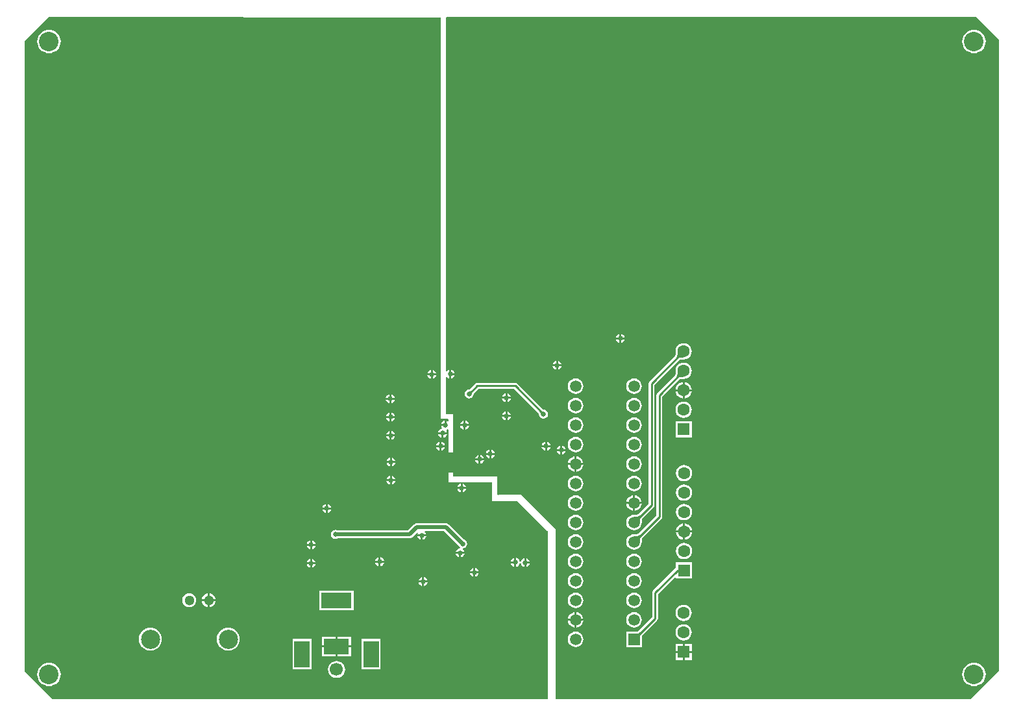
<source format=gbl>
G04*
G04 #@! TF.GenerationSoftware,Altium Limited,Altium Designer,18.1.9 (240)*
G04*
G04 Layer_Physical_Order=2*
G04 Layer_Color=16711680*
%FSLAX25Y25*%
%MOIN*%
G70*
G01*
G75*
%ADD15C,0.01000*%
%ADD49C,0.02000*%
%ADD51C,0.05118*%
%ADD52C,0.09843*%
%ADD53C,0.05906*%
%ADD54R,0.05906X0.05906*%
%ADD55R,0.15748X0.07874*%
%ADD56R,0.12992X0.07874*%
%ADD57R,0.07874X0.13780*%
%ADD58C,0.06693*%
%ADD59C,0.06299*%
%ADD60R,0.06299X0.06299*%
%ADD61C,0.10000*%
%ADD62C,0.02600*%
G36*
X772300Y628400D02*
Y304200D01*
X757800Y289700D01*
X544700D01*
Y377000D01*
X527200Y394500D01*
X515300D01*
X515229Y394429D01*
X514800Y394707D01*
Y403800D01*
X492200D01*
X492100Y403900D01*
Y406000D01*
X489800D01*
Y401000D01*
X512000D01*
Y391200D01*
X525000D01*
X525050Y391250D01*
X540500Y375800D01*
X540600D01*
Y289700D01*
X286000D01*
X271900Y303800D01*
Y627400D01*
X284300Y639800D01*
X485700Y639500D01*
Y433500D01*
X489341D01*
X489800Y433400D01*
Y432512D01*
X489359Y432276D01*
X489076Y432465D01*
X488679Y432544D01*
Y430298D01*
X488179D01*
Y429798D01*
X485933D01*
X486012Y429401D01*
X486297Y428975D01*
X486067Y428419D01*
X485803Y428367D01*
X485042Y427858D01*
X484533Y427097D01*
X484454Y426700D01*
X488946D01*
X488867Y427097D01*
X488582Y427524D01*
X488812Y428079D01*
X489076Y428132D01*
X489359Y428321D01*
X489800Y428085D01*
Y416400D01*
X492100D01*
Y436100D01*
X488300D01*
Y454902D01*
X488800Y455054D01*
X488942Y454842D01*
X489703Y454333D01*
X490100Y454254D01*
Y456500D01*
Y458746D01*
X489703Y458667D01*
X488942Y458158D01*
X488800Y457946D01*
X488300Y458098D01*
Y639501D01*
X488699Y639900D01*
X760800D01*
X772300Y628400D01*
D02*
G37*
%LPC*%
G36*
X759550Y633379D02*
X758374Y633264D01*
X757243Y632921D01*
X756201Y632363D01*
X755287Y631614D01*
X754537Y630700D01*
X753980Y629658D01*
X753637Y628527D01*
X753521Y627350D01*
X753637Y626174D01*
X753980Y625043D01*
X754537Y624001D01*
X755287Y623087D01*
X756201Y622337D01*
X757243Y621780D01*
X758374Y621437D01*
X759550Y621321D01*
X760726Y621437D01*
X761857Y621780D01*
X762899Y622337D01*
X763813Y623087D01*
X764563Y624001D01*
X765120Y625043D01*
X765463Y626174D01*
X765579Y627350D01*
X765463Y628527D01*
X765120Y629658D01*
X764563Y630700D01*
X763813Y631614D01*
X762899Y632363D01*
X761857Y632921D01*
X760726Y633264D01*
X759550Y633379D01*
D02*
G37*
G36*
X284550D02*
X283374Y633264D01*
X282243Y632921D01*
X281201Y632363D01*
X280287Y631614D01*
X279537Y630700D01*
X278980Y629658D01*
X278637Y628527D01*
X278521Y627350D01*
X278637Y626174D01*
X278980Y625043D01*
X279537Y624001D01*
X280287Y623087D01*
X281201Y622337D01*
X282243Y621780D01*
X283374Y621437D01*
X284550Y621321D01*
X285726Y621437D01*
X286857Y621780D01*
X287899Y622337D01*
X288813Y623087D01*
X289563Y624001D01*
X290120Y625043D01*
X290463Y626174D01*
X290579Y627350D01*
X290463Y628527D01*
X290120Y629658D01*
X289563Y630700D01*
X288813Y631614D01*
X287899Y632363D01*
X286857Y632921D01*
X285726Y633264D01*
X284550Y633379D01*
D02*
G37*
G36*
X578400Y477146D02*
Y475400D01*
X580146D01*
X580067Y475797D01*
X579558Y476558D01*
X578797Y477067D01*
X578400Y477146D01*
D02*
G37*
G36*
X577400D02*
X577003Y477067D01*
X576242Y476558D01*
X575733Y475797D01*
X575654Y475400D01*
X577400D01*
Y477146D01*
D02*
G37*
G36*
X580146Y474400D02*
X578400D01*
Y472654D01*
X578797Y472733D01*
X579558Y473242D01*
X580067Y474003D01*
X580146Y474400D01*
D02*
G37*
G36*
X577400D02*
X575654D01*
X575733Y474003D01*
X576242Y473242D01*
X577003Y472733D01*
X577400Y472654D01*
Y474400D01*
D02*
G37*
G36*
X610500Y472385D02*
X609417Y472243D01*
X608407Y471825D01*
X607541Y471160D01*
X606875Y470293D01*
X606457Y469283D01*
X606315Y468200D01*
X606330Y468080D01*
X606328Y467744D01*
X606279Y466985D01*
X606238Y466688D01*
X606185Y466422D01*
X606124Y466199D01*
X606059Y466021D01*
X605994Y465888D01*
X605939Y465802D01*
X592919Y452781D01*
X592587Y452285D01*
X592471Y451700D01*
Y389933D01*
X587174Y384637D01*
X587099Y384588D01*
X586978Y384528D01*
X586817Y384468D01*
X586616Y384411D01*
X586375Y384361D01*
X586107Y384322D01*
X585415Y384275D01*
X585107Y384273D01*
X585000Y384287D01*
X583968Y384151D01*
X583007Y383753D01*
X582181Y383119D01*
X581547Y382293D01*
X581149Y381332D01*
X581013Y380300D01*
X581149Y379268D01*
X581547Y378307D01*
X582181Y377481D01*
X583007Y376847D01*
X583968Y376449D01*
X585000Y376313D01*
X586032Y376449D01*
X586993Y376847D01*
X587819Y377481D01*
X588453Y378307D01*
X588851Y379268D01*
X588987Y380300D01*
X588973Y380407D01*
X588975Y380715D01*
X589022Y381407D01*
X589061Y381675D01*
X589111Y381916D01*
X589167Y382117D01*
X589228Y382278D01*
X589288Y382399D01*
X589337Y382474D01*
X595081Y388219D01*
X595413Y388715D01*
X595529Y389300D01*
Y451066D01*
X608102Y463639D01*
X608188Y463694D01*
X608321Y463759D01*
X608499Y463824D01*
X608722Y463885D01*
X608989Y463938D01*
X609285Y463979D01*
X610044Y464028D01*
X610380Y464030D01*
X610500Y464015D01*
X611583Y464157D01*
X612593Y464575D01*
X613459Y465240D01*
X614125Y466107D01*
X614543Y467117D01*
X614685Y468200D01*
X614543Y469283D01*
X614125Y470293D01*
X613459Y471160D01*
X612593Y471825D01*
X611583Y472243D01*
X610500Y472385D01*
D02*
G37*
G36*
X545900Y463294D02*
Y461549D01*
X547646D01*
X547567Y461946D01*
X547058Y462707D01*
X546297Y463215D01*
X545900Y463294D01*
D02*
G37*
G36*
X544900D02*
X544503Y463215D01*
X543742Y462707D01*
X543233Y461946D01*
X543154Y461549D01*
X544900D01*
Y463294D01*
D02*
G37*
G36*
X547646Y460549D02*
X545900D01*
Y458803D01*
X546297Y458882D01*
X547058Y459391D01*
X547567Y460151D01*
X547646Y460549D01*
D02*
G37*
G36*
X544900D02*
X543154D01*
X543233Y460151D01*
X543742Y459391D01*
X544503Y458882D01*
X544900Y458803D01*
Y460549D01*
D02*
G37*
G36*
X491100Y458746D02*
Y457000D01*
X492846D01*
X492767Y457397D01*
X492258Y458158D01*
X491497Y458667D01*
X491100Y458746D01*
D02*
G37*
G36*
X481600Y458646D02*
Y456900D01*
X483346D01*
X483267Y457297D01*
X482758Y458058D01*
X481997Y458567D01*
X481600Y458646D01*
D02*
G37*
G36*
X480600D02*
X480203Y458567D01*
X479442Y458058D01*
X478933Y457297D01*
X478854Y456900D01*
X480600D01*
Y458646D01*
D02*
G37*
G36*
X492846Y456000D02*
X491100D01*
Y454254D01*
X491497Y454333D01*
X492258Y454842D01*
X492767Y455603D01*
X492846Y456000D01*
D02*
G37*
G36*
X483346Y455900D02*
X481600D01*
Y454154D01*
X481997Y454233D01*
X482758Y454742D01*
X483267Y455503D01*
X483346Y455900D01*
D02*
G37*
G36*
X480600D02*
X478854D01*
X478933Y455503D01*
X479442Y454742D01*
X480203Y454233D01*
X480600Y454154D01*
Y455900D01*
D02*
G37*
G36*
X610500Y462385D02*
X609417Y462243D01*
X608407Y461825D01*
X607541Y461160D01*
X606875Y460293D01*
X606457Y459283D01*
X606315Y458200D01*
X606330Y458080D01*
X606328Y457744D01*
X606279Y456985D01*
X606238Y456688D01*
X606185Y456422D01*
X606124Y456199D01*
X606059Y456021D01*
X605994Y455888D01*
X605939Y455802D01*
X596919Y446781D01*
X596587Y446285D01*
X596471Y445700D01*
Y383933D01*
X587174Y374637D01*
X587099Y374588D01*
X586978Y374528D01*
X586817Y374467D01*
X586616Y374411D01*
X586375Y374361D01*
X586107Y374322D01*
X585415Y374275D01*
X585107Y374273D01*
X585000Y374287D01*
X583968Y374151D01*
X583007Y373753D01*
X582181Y373119D01*
X581547Y372293D01*
X581149Y371332D01*
X581013Y370300D01*
X581149Y369268D01*
X581547Y368307D01*
X582181Y367481D01*
X583007Y366847D01*
X583968Y366449D01*
X585000Y366313D01*
X586032Y366449D01*
X586993Y366847D01*
X587819Y367481D01*
X588453Y368307D01*
X588851Y369268D01*
X588987Y370300D01*
X588973Y370407D01*
X588975Y370715D01*
X589022Y371407D01*
X589061Y371675D01*
X589111Y371916D01*
X589167Y372117D01*
X589228Y372278D01*
X589288Y372399D01*
X589337Y372474D01*
X599081Y382219D01*
X599413Y382715D01*
X599529Y383300D01*
Y445066D01*
X608102Y453639D01*
X608188Y453694D01*
X608321Y453758D01*
X608499Y453824D01*
X608722Y453885D01*
X608989Y453938D01*
X609285Y453979D01*
X610044Y454028D01*
X610380Y454030D01*
X610500Y454015D01*
X611583Y454157D01*
X612593Y454575D01*
X613459Y455240D01*
X614125Y456107D01*
X614543Y457117D01*
X614685Y458200D01*
X614543Y459283D01*
X614125Y460293D01*
X613459Y461160D01*
X612593Y461825D01*
X611583Y462243D01*
X610500Y462385D01*
D02*
G37*
G36*
X611000Y452320D02*
Y448700D01*
X614620D01*
X614543Y449283D01*
X614125Y450293D01*
X613459Y451159D01*
X612593Y451825D01*
X611583Y452243D01*
X611000Y452320D01*
D02*
G37*
G36*
X610000D02*
X609417Y452243D01*
X608407Y451825D01*
X607541Y451159D01*
X606875Y450293D01*
X606457Y449283D01*
X606380Y448700D01*
X610000D01*
Y452320D01*
D02*
G37*
G36*
X585000Y454287D02*
X583968Y454151D01*
X583007Y453753D01*
X582181Y453119D01*
X581547Y452293D01*
X581149Y451332D01*
X581013Y450300D01*
X581149Y449268D01*
X581547Y448307D01*
X582181Y447481D01*
X583007Y446847D01*
X583968Y446449D01*
X585000Y446313D01*
X586032Y446449D01*
X586993Y446847D01*
X587819Y447481D01*
X588453Y448307D01*
X588851Y449268D01*
X588987Y450300D01*
X588851Y451332D01*
X588453Y452293D01*
X587819Y453119D01*
X586993Y453753D01*
X586032Y454151D01*
X585000Y454287D01*
D02*
G37*
G36*
X555000D02*
X553968Y454151D01*
X553007Y453753D01*
X552181Y453119D01*
X551547Y452293D01*
X551149Y451332D01*
X551013Y450300D01*
X551149Y449268D01*
X551547Y448307D01*
X552181Y447481D01*
X553007Y446847D01*
X553968Y446449D01*
X555000Y446313D01*
X556032Y446449D01*
X556993Y446847D01*
X557819Y447481D01*
X558453Y448307D01*
X558851Y449268D01*
X558987Y450300D01*
X558851Y451332D01*
X558453Y452293D01*
X557819Y453119D01*
X556993Y453753D01*
X556032Y454151D01*
X555000Y454287D01*
D02*
G37*
G36*
X519900Y446646D02*
Y444900D01*
X521646D01*
X521567Y445297D01*
X521058Y446058D01*
X520297Y446567D01*
X519900Y446646D01*
D02*
G37*
G36*
X518900D02*
X518503Y446567D01*
X517742Y446058D01*
X517233Y445297D01*
X517154Y444900D01*
X518900D01*
Y446646D01*
D02*
G37*
G36*
X460300Y446146D02*
Y444400D01*
X462046D01*
X461967Y444797D01*
X461458Y445558D01*
X460697Y446067D01*
X460300Y446146D01*
D02*
G37*
G36*
X459300D02*
X458903Y446067D01*
X458142Y445558D01*
X457633Y444797D01*
X457554Y444400D01*
X459300D01*
Y446146D01*
D02*
G37*
G36*
X614620Y447700D02*
X611000D01*
Y444080D01*
X611583Y444157D01*
X612593Y444575D01*
X613459Y445240D01*
X614125Y446107D01*
X614543Y447117D01*
X614620Y447700D01*
D02*
G37*
G36*
X610000D02*
X606380D01*
X606457Y447117D01*
X606875Y446107D01*
X607541Y445240D01*
X608407Y444575D01*
X609417Y444157D01*
X610000Y444080D01*
Y447700D01*
D02*
G37*
G36*
X521646Y443900D02*
X519900D01*
Y442154D01*
X520297Y442233D01*
X521058Y442742D01*
X521567Y443503D01*
X521646Y443900D01*
D02*
G37*
G36*
X518900D02*
X517154D01*
X517233Y443503D01*
X517742Y442742D01*
X518503Y442233D01*
X518900Y442154D01*
Y443900D01*
D02*
G37*
G36*
X462046Y443400D02*
X460300D01*
Y441654D01*
X460697Y441733D01*
X461458Y442242D01*
X461967Y443003D01*
X462046Y443400D01*
D02*
G37*
G36*
X459300D02*
X457554D01*
X457633Y443003D01*
X458142Y442242D01*
X458903Y441733D01*
X459300Y441654D01*
Y443400D01*
D02*
G37*
G36*
X585000Y444287D02*
X583968Y444151D01*
X583007Y443753D01*
X582181Y443119D01*
X581547Y442293D01*
X581149Y441332D01*
X581013Y440300D01*
X581149Y439268D01*
X581547Y438307D01*
X582181Y437481D01*
X583007Y436847D01*
X583968Y436449D01*
X585000Y436313D01*
X586032Y436449D01*
X586993Y436847D01*
X587819Y437481D01*
X588453Y438307D01*
X588851Y439268D01*
X588987Y440300D01*
X588851Y441332D01*
X588453Y442293D01*
X587819Y443119D01*
X586993Y443753D01*
X586032Y444151D01*
X585000Y444287D01*
D02*
G37*
G36*
X555000D02*
X553968Y444151D01*
X553007Y443753D01*
X552181Y443119D01*
X551547Y442293D01*
X551149Y441332D01*
X551013Y440300D01*
X551149Y439268D01*
X551547Y438307D01*
X552181Y437481D01*
X553007Y436847D01*
X553968Y436449D01*
X555000Y436313D01*
X556032Y436449D01*
X556993Y436847D01*
X557819Y437481D01*
X558453Y438307D01*
X558851Y439268D01*
X558987Y440300D01*
X558851Y441332D01*
X558453Y442293D01*
X557819Y443119D01*
X556993Y443753D01*
X556032Y444151D01*
X555000Y444287D01*
D02*
G37*
G36*
X519900Y437346D02*
Y435600D01*
X521646D01*
X521567Y435997D01*
X521058Y436758D01*
X520297Y437267D01*
X519900Y437346D01*
D02*
G37*
G36*
X518900D02*
X518503Y437267D01*
X517742Y436758D01*
X517233Y435997D01*
X517154Y435600D01*
X518900D01*
Y437346D01*
D02*
G37*
G36*
X460400Y436746D02*
Y435000D01*
X462146D01*
X462067Y435397D01*
X461558Y436158D01*
X460797Y436667D01*
X460400Y436746D01*
D02*
G37*
G36*
X459400D02*
X459003Y436667D01*
X458242Y436158D01*
X457733Y435397D01*
X457654Y435000D01*
X459400D01*
Y436746D01*
D02*
G37*
G36*
X610500Y442385D02*
X609417Y442243D01*
X608407Y441825D01*
X607541Y441159D01*
X606875Y440293D01*
X606457Y439283D01*
X606315Y438200D01*
X606457Y437117D01*
X606875Y436107D01*
X607541Y435241D01*
X608407Y434575D01*
X609417Y434157D01*
X610500Y434015D01*
X611583Y434157D01*
X612593Y434575D01*
X613459Y435241D01*
X614125Y436107D01*
X614543Y437117D01*
X614685Y438200D01*
X614543Y439283D01*
X614125Y440293D01*
X613459Y441159D01*
X612593Y441825D01*
X611583Y442243D01*
X610500Y442385D01*
D02*
G37*
G36*
X523900Y452029D02*
X504498D01*
X503913Y451913D01*
X503417Y451581D01*
X500591Y448756D01*
X500572Y448743D01*
X500549Y448730D01*
X500531Y448721D01*
X500517Y448716D01*
X500506Y448714D01*
X500493Y448712D01*
X500478Y448711D01*
X500416Y448714D01*
X500258Y448745D01*
X499361Y448567D01*
X498600Y448058D01*
X498092Y447297D01*
X497913Y446400D01*
X498092Y445503D01*
X498600Y444742D01*
X499361Y444233D01*
X500258Y444055D01*
X501156Y444233D01*
X501916Y444742D01*
X502425Y445503D01*
X502557Y446170D01*
X502569Y446208D01*
X502574Y446254D01*
X502596Y446361D01*
X502603Y446384D01*
X502618Y446417D01*
X502636Y446453D01*
X502660Y446490D01*
X502682Y446521D01*
X505132Y448971D01*
X523267D01*
X536006Y436231D01*
X536024Y436206D01*
X536042Y436175D01*
X536055Y436149D01*
X536064Y436124D01*
X536071Y436101D01*
X536073Y436092D01*
X536055Y436000D01*
X536233Y435103D01*
X536742Y434342D01*
X537503Y433833D01*
X538400Y433655D01*
X539297Y433833D01*
X540058Y434342D01*
X540567Y435103D01*
X540745Y436000D01*
X540567Y436897D01*
X540058Y437658D01*
X539297Y438167D01*
X538400Y438345D01*
X538308Y438327D01*
X538299Y438329D01*
X538276Y438336D01*
X538251Y438345D01*
X538225Y438358D01*
X538194Y438377D01*
X538169Y438394D01*
X524981Y451581D01*
X524485Y451913D01*
X523900Y452029D01*
D02*
G37*
G36*
X521646Y434600D02*
X519900D01*
Y432854D01*
X520297Y432933D01*
X521058Y433442D01*
X521567Y434203D01*
X521646Y434600D01*
D02*
G37*
G36*
X518900D02*
X517154D01*
X517233Y434203D01*
X517742Y433442D01*
X518503Y432933D01*
X518900Y432854D01*
Y434600D01*
D02*
G37*
G36*
X462146Y434000D02*
X460400D01*
Y432254D01*
X460797Y432333D01*
X461558Y432842D01*
X462067Y433603D01*
X462146Y434000D01*
D02*
G37*
G36*
X459400D02*
X457654D01*
X457733Y433603D01*
X458242Y432842D01*
X459003Y432333D01*
X459400Y432254D01*
Y434000D01*
D02*
G37*
G36*
X498521Y432544D02*
Y430798D01*
X500267D01*
X500188Y431196D01*
X499679Y431957D01*
X498919Y432465D01*
X498521Y432544D01*
D02*
G37*
G36*
X497521D02*
X497124Y432465D01*
X496363Y431957D01*
X495855Y431196D01*
X495776Y430798D01*
X497521D01*
Y432544D01*
D02*
G37*
G36*
X487679D02*
X487281Y432465D01*
X486521Y431957D01*
X486012Y431196D01*
X485933Y430798D01*
X487679D01*
Y432544D01*
D02*
G37*
G36*
X500267Y429798D02*
X498521D01*
Y428053D01*
X498919Y428132D01*
X499679Y428640D01*
X500188Y429401D01*
X500267Y429798D01*
D02*
G37*
G36*
X497521D02*
X495776D01*
X495855Y429401D01*
X496363Y428640D01*
X497124Y428132D01*
X497521Y428053D01*
Y429798D01*
D02*
G37*
G36*
X585000Y434287D02*
X583968Y434151D01*
X583007Y433753D01*
X582181Y433119D01*
X581547Y432293D01*
X581149Y431332D01*
X581013Y430300D01*
X581149Y429268D01*
X581547Y428307D01*
X582181Y427481D01*
X583007Y426847D01*
X583968Y426449D01*
X585000Y426313D01*
X586032Y426449D01*
X586993Y426847D01*
X587819Y427481D01*
X588453Y428307D01*
X588851Y429268D01*
X588987Y430300D01*
X588851Y431332D01*
X588453Y432293D01*
X587819Y433119D01*
X586993Y433753D01*
X586032Y434151D01*
X585000Y434287D01*
D02*
G37*
G36*
X555000D02*
X553968Y434151D01*
X553007Y433753D01*
X552181Y433119D01*
X551547Y432293D01*
X551149Y431332D01*
X551013Y430300D01*
X551149Y429268D01*
X551547Y428307D01*
X552181Y427481D01*
X553007Y426847D01*
X553968Y426449D01*
X555000Y426313D01*
X556032Y426449D01*
X556993Y426847D01*
X557819Y427481D01*
X558453Y428307D01*
X558851Y429268D01*
X558987Y430300D01*
X558851Y431332D01*
X558453Y432293D01*
X557819Y433119D01*
X556993Y433753D01*
X556032Y434151D01*
X555000Y434287D01*
D02*
G37*
G36*
X460400Y427293D02*
Y425547D01*
X462146D01*
X462067Y425945D01*
X461558Y426705D01*
X460797Y427214D01*
X460400Y427293D01*
D02*
G37*
G36*
X459400D02*
X459003Y427214D01*
X458242Y426705D01*
X457733Y425945D01*
X457654Y425547D01*
X459400D01*
Y427293D01*
D02*
G37*
G36*
X614650Y432350D02*
X606350D01*
Y424050D01*
X614650D01*
Y432350D01*
D02*
G37*
G36*
X488946Y425700D02*
X487200D01*
Y423954D01*
X487597Y424033D01*
X488358Y424542D01*
X488867Y425303D01*
X488946Y425700D01*
D02*
G37*
G36*
X486200D02*
X484454D01*
X484533Y425303D01*
X485042Y424542D01*
X485803Y424033D01*
X486200Y423954D01*
Y425700D01*
D02*
G37*
G36*
X462146Y424547D02*
X460400D01*
Y422802D01*
X460797Y422881D01*
X461558Y423389D01*
X462067Y424150D01*
X462146Y424547D01*
D02*
G37*
G36*
X459400D02*
X457654D01*
X457733Y424150D01*
X458242Y423389D01*
X459003Y422881D01*
X459400Y422802D01*
Y424547D01*
D02*
G37*
G36*
X486100Y421846D02*
Y420100D01*
X487846D01*
X487767Y420497D01*
X487258Y421258D01*
X486497Y421767D01*
X486100Y421846D01*
D02*
G37*
G36*
X485100D02*
X484703Y421767D01*
X483942Y421258D01*
X483433Y420497D01*
X483354Y420100D01*
X485100D01*
Y421846D01*
D02*
G37*
G36*
X540300Y421746D02*
Y420000D01*
X542046D01*
X541967Y420397D01*
X541458Y421158D01*
X540697Y421667D01*
X540300Y421746D01*
D02*
G37*
G36*
X539300D02*
X538903Y421667D01*
X538142Y421158D01*
X537633Y420397D01*
X537554Y420000D01*
X539300D01*
Y421746D01*
D02*
G37*
G36*
X548100Y419746D02*
Y418000D01*
X549846D01*
X549767Y418397D01*
X549258Y419158D01*
X548497Y419667D01*
X548100Y419746D01*
D02*
G37*
G36*
X547100D02*
X546703Y419667D01*
X545942Y419158D01*
X545433Y418397D01*
X545354Y418000D01*
X547100D01*
Y419746D01*
D02*
G37*
G36*
X487846Y419100D02*
X486100D01*
Y417354D01*
X486497Y417433D01*
X487258Y417942D01*
X487767Y418703D01*
X487846Y419100D01*
D02*
G37*
G36*
X485100D02*
X483354D01*
X483433Y418703D01*
X483942Y417942D01*
X484703Y417433D01*
X485100Y417354D01*
Y419100D01*
D02*
G37*
G36*
X542046Y419000D02*
X540300D01*
Y417254D01*
X540697Y417333D01*
X541458Y417842D01*
X541967Y418603D01*
X542046Y419000D01*
D02*
G37*
G36*
X539300D02*
X537554D01*
X537633Y418603D01*
X538142Y417842D01*
X538903Y417333D01*
X539300Y417254D01*
Y419000D01*
D02*
G37*
G36*
X585000Y424287D02*
X583968Y424151D01*
X583007Y423753D01*
X582181Y423119D01*
X581547Y422293D01*
X581149Y421332D01*
X581013Y420300D01*
X581149Y419268D01*
X581547Y418307D01*
X582181Y417481D01*
X583007Y416847D01*
X583968Y416449D01*
X585000Y416313D01*
X586032Y416449D01*
X586993Y416847D01*
X587819Y417481D01*
X588453Y418307D01*
X588851Y419268D01*
X588987Y420300D01*
X588851Y421332D01*
X588453Y422293D01*
X587819Y423119D01*
X586993Y423753D01*
X586032Y424151D01*
X585000Y424287D01*
D02*
G37*
G36*
X555000D02*
X553968Y424151D01*
X553007Y423753D01*
X552181Y423119D01*
X551547Y422293D01*
X551149Y421332D01*
X551013Y420300D01*
X551149Y419268D01*
X551547Y418307D01*
X552181Y417481D01*
X553007Y416847D01*
X553968Y416449D01*
X555000Y416313D01*
X556032Y416449D01*
X556993Y416847D01*
X557819Y417481D01*
X558453Y418307D01*
X558851Y419268D01*
X558987Y420300D01*
X558851Y421332D01*
X558453Y422293D01*
X557819Y423119D01*
X556993Y423753D01*
X556032Y424151D01*
X555000Y424287D01*
D02*
G37*
G36*
X511700Y417746D02*
Y416000D01*
X513446D01*
X513367Y416397D01*
X512858Y417158D01*
X512097Y417667D01*
X511700Y417746D01*
D02*
G37*
G36*
X510700D02*
X510303Y417667D01*
X509542Y417158D01*
X509033Y416397D01*
X508954Y416000D01*
X510700D01*
Y417746D01*
D02*
G37*
G36*
X549846Y417000D02*
X548100D01*
Y415254D01*
X548497Y415333D01*
X549258Y415842D01*
X549767Y416603D01*
X549846Y417000D01*
D02*
G37*
G36*
X547100D02*
X545354D01*
X545433Y416603D01*
X545942Y415842D01*
X546703Y415333D01*
X547100Y415254D01*
Y417000D01*
D02*
G37*
G36*
X506198Y415024D02*
Y413279D01*
X507944D01*
X507865Y413676D01*
X507357Y414437D01*
X506596Y414945D01*
X506198Y415024D01*
D02*
G37*
G36*
X505198D02*
X504801Y414945D01*
X504040Y414437D01*
X503532Y413676D01*
X503453Y413279D01*
X505198D01*
Y415024D01*
D02*
G37*
G36*
X513446Y415000D02*
X511700D01*
Y413254D01*
X512097Y413333D01*
X512858Y413842D01*
X513367Y414603D01*
X513446Y415000D01*
D02*
G37*
G36*
X510700D02*
X508954D01*
X509033Y414603D01*
X509542Y413842D01*
X510303Y413333D01*
X510700Y413254D01*
Y415000D01*
D02*
G37*
G36*
X460700Y413646D02*
Y411900D01*
X462446D01*
X462367Y412297D01*
X461858Y413058D01*
X461097Y413567D01*
X460700Y413646D01*
D02*
G37*
G36*
X459700D02*
X459303Y413567D01*
X458542Y413058D01*
X458033Y412297D01*
X457954Y411900D01*
X459700D01*
Y413646D01*
D02*
G37*
G36*
X555500Y414221D02*
Y410800D01*
X558921D01*
X558851Y411332D01*
X558453Y412293D01*
X557819Y413119D01*
X556993Y413753D01*
X556032Y414151D01*
X555500Y414221D01*
D02*
G37*
G36*
X554500D02*
X553968Y414151D01*
X553007Y413753D01*
X552181Y413119D01*
X551547Y412293D01*
X551149Y411332D01*
X551079Y410800D01*
X554500D01*
Y414221D01*
D02*
G37*
G36*
X507944Y412279D02*
X506198D01*
Y410533D01*
X506596Y410612D01*
X507357Y411121D01*
X507865Y411881D01*
X507944Y412279D01*
D02*
G37*
G36*
X505198D02*
X503453D01*
X503532Y411881D01*
X504040Y411121D01*
X504801Y410612D01*
X505198Y410533D01*
Y412279D01*
D02*
G37*
G36*
X462446Y410900D02*
X460700D01*
Y409154D01*
X461097Y409233D01*
X461858Y409742D01*
X462367Y410503D01*
X462446Y410900D01*
D02*
G37*
G36*
X459700D02*
X457954D01*
X458033Y410503D01*
X458542Y409742D01*
X459303Y409233D01*
X459700Y409154D01*
Y410900D01*
D02*
G37*
G36*
X558921Y409800D02*
X555500D01*
Y406379D01*
X556032Y406449D01*
X556993Y406847D01*
X557819Y407481D01*
X558453Y408307D01*
X558851Y409268D01*
X558921Y409800D01*
D02*
G37*
G36*
X554500D02*
X551079D01*
X551149Y409268D01*
X551547Y408307D01*
X552181Y407481D01*
X553007Y406847D01*
X553968Y406449D01*
X554500Y406379D01*
Y409800D01*
D02*
G37*
G36*
X585000Y414287D02*
X583968Y414151D01*
X583007Y413753D01*
X582181Y413119D01*
X581547Y412293D01*
X581149Y411332D01*
X581013Y410300D01*
X581149Y409268D01*
X581547Y408307D01*
X582181Y407481D01*
X583007Y406847D01*
X583968Y406449D01*
X585000Y406313D01*
X586032Y406449D01*
X586993Y406847D01*
X587819Y407481D01*
X588453Y408307D01*
X588851Y409268D01*
X588987Y410300D01*
X588851Y411332D01*
X588453Y412293D01*
X587819Y413119D01*
X586993Y413753D01*
X586032Y414151D01*
X585000Y414287D01*
D02*
G37*
G36*
X460600Y404346D02*
Y402600D01*
X462346D01*
X462267Y402997D01*
X461758Y403758D01*
X460997Y404267D01*
X460600Y404346D01*
D02*
G37*
G36*
X459600D02*
X459203Y404267D01*
X458442Y403758D01*
X457933Y402997D01*
X457854Y402600D01*
X459600D01*
Y404346D01*
D02*
G37*
G36*
X610600Y409885D02*
X609517Y409743D01*
X608507Y409325D01*
X607641Y408660D01*
X606975Y407793D01*
X606557Y406783D01*
X606415Y405700D01*
X606557Y404617D01*
X606975Y403607D01*
X607641Y402740D01*
X608507Y402075D01*
X609517Y401657D01*
X610600Y401515D01*
X611683Y401657D01*
X612693Y402075D01*
X613559Y402740D01*
X614225Y403607D01*
X614643Y404617D01*
X614785Y405700D01*
X614643Y406783D01*
X614225Y407793D01*
X613559Y408660D01*
X612693Y409325D01*
X611683Y409743D01*
X610600Y409885D01*
D02*
G37*
G36*
X462346Y401600D02*
X460600D01*
Y399854D01*
X460997Y399933D01*
X461758Y400442D01*
X462267Y401203D01*
X462346Y401600D01*
D02*
G37*
G36*
X459600D02*
X457854D01*
X457933Y401203D01*
X458442Y400442D01*
X459203Y399933D01*
X459600Y399854D01*
Y401600D01*
D02*
G37*
G36*
X497000Y400346D02*
Y398600D01*
X498746D01*
X498667Y398997D01*
X498158Y399758D01*
X497397Y400267D01*
X497000Y400346D01*
D02*
G37*
G36*
X496000D02*
X495603Y400267D01*
X494842Y399758D01*
X494333Y398997D01*
X494254Y398600D01*
X496000D01*
Y400346D01*
D02*
G37*
G36*
X585000Y404287D02*
X583968Y404151D01*
X583007Y403753D01*
X582181Y403119D01*
X581547Y402293D01*
X581149Y401332D01*
X581013Y400300D01*
X581149Y399268D01*
X581547Y398307D01*
X582181Y397481D01*
X583007Y396847D01*
X583968Y396449D01*
X585000Y396313D01*
X586032Y396449D01*
X586993Y396847D01*
X587819Y397481D01*
X588453Y398307D01*
X588851Y399268D01*
X588987Y400300D01*
X588851Y401332D01*
X588453Y402293D01*
X587819Y403119D01*
X586993Y403753D01*
X586032Y404151D01*
X585000Y404287D01*
D02*
G37*
G36*
X555000D02*
X553968Y404151D01*
X553007Y403753D01*
X552181Y403119D01*
X551547Y402293D01*
X551149Y401332D01*
X551013Y400300D01*
X551149Y399268D01*
X551547Y398307D01*
X552181Y397481D01*
X553007Y396847D01*
X553968Y396449D01*
X555000Y396313D01*
X556032Y396449D01*
X556993Y396847D01*
X557819Y397481D01*
X558453Y398307D01*
X558851Y399268D01*
X558987Y400300D01*
X558851Y401332D01*
X558453Y402293D01*
X557819Y403119D01*
X556993Y403753D01*
X556032Y404151D01*
X555000Y404287D01*
D02*
G37*
G36*
X498746Y397600D02*
X497000D01*
Y395854D01*
X497397Y395933D01*
X498158Y396442D01*
X498667Y397203D01*
X498746Y397600D01*
D02*
G37*
G36*
X496000D02*
X494254D01*
X494333Y397203D01*
X494842Y396442D01*
X495603Y395933D01*
X496000Y395854D01*
Y397600D01*
D02*
G37*
G36*
X610600Y399885D02*
X609517Y399743D01*
X608507Y399325D01*
X607641Y398659D01*
X606975Y397793D01*
X606557Y396783D01*
X606415Y395700D01*
X606557Y394617D01*
X606975Y393607D01*
X607641Y392741D01*
X608507Y392075D01*
X609517Y391657D01*
X610600Y391515D01*
X611683Y391657D01*
X612693Y392075D01*
X613559Y392741D01*
X614225Y393607D01*
X614643Y394617D01*
X614785Y395700D01*
X614643Y396783D01*
X614225Y397793D01*
X613559Y398659D01*
X612693Y399325D01*
X611683Y399743D01*
X610600Y399885D01*
D02*
G37*
G36*
X585500Y394221D02*
Y390800D01*
X588921D01*
X588851Y391332D01*
X588453Y392293D01*
X587819Y393119D01*
X586993Y393753D01*
X586032Y394151D01*
X585500Y394221D01*
D02*
G37*
G36*
X584500D02*
X583968Y394151D01*
X583007Y393753D01*
X582181Y393119D01*
X581547Y392293D01*
X581149Y391332D01*
X581079Y390800D01*
X584500D01*
Y394221D01*
D02*
G37*
G36*
X427678Y389746D02*
Y388000D01*
X429424D01*
X429345Y388397D01*
X428836Y389158D01*
X428075Y389667D01*
X427678Y389746D01*
D02*
G37*
G36*
X426678D02*
X426281Y389667D01*
X425520Y389158D01*
X425011Y388397D01*
X424932Y388000D01*
X426678D01*
Y389746D01*
D02*
G37*
G36*
X588921Y389800D02*
X585500D01*
Y386379D01*
X586032Y386449D01*
X586993Y386847D01*
X587819Y387481D01*
X588453Y388307D01*
X588851Y389268D01*
X588921Y389800D01*
D02*
G37*
G36*
X584500D02*
X581079D01*
X581149Y389268D01*
X581547Y388307D01*
X582181Y387481D01*
X583007Y386847D01*
X583968Y386449D01*
X584500Y386379D01*
Y389800D01*
D02*
G37*
G36*
X555000Y394287D02*
X553968Y394151D01*
X553007Y393753D01*
X552181Y393119D01*
X551547Y392293D01*
X551149Y391332D01*
X551013Y390300D01*
X551149Y389268D01*
X551547Y388307D01*
X552181Y387481D01*
X553007Y386847D01*
X553968Y386449D01*
X555000Y386313D01*
X556032Y386449D01*
X556993Y386847D01*
X557819Y387481D01*
X558453Y388307D01*
X558851Y389268D01*
X558987Y390300D01*
X558851Y391332D01*
X558453Y392293D01*
X557819Y393119D01*
X556993Y393753D01*
X556032Y394151D01*
X555000Y394287D01*
D02*
G37*
G36*
X429424Y387000D02*
X427678D01*
Y385254D01*
X428075Y385333D01*
X428836Y385842D01*
X429345Y386603D01*
X429424Y387000D01*
D02*
G37*
G36*
X426678D02*
X424932D01*
X425011Y386603D01*
X425520Y385842D01*
X426281Y385333D01*
X426678Y385254D01*
Y387000D01*
D02*
G37*
G36*
X610600Y389885D02*
X609517Y389743D01*
X608507Y389325D01*
X607641Y388660D01*
X606975Y387793D01*
X606557Y386783D01*
X606415Y385700D01*
X606557Y384617D01*
X606975Y383607D01*
X607641Y382740D01*
X608507Y382075D01*
X609517Y381657D01*
X610600Y381515D01*
X611683Y381657D01*
X612693Y382075D01*
X613559Y382740D01*
X614225Y383607D01*
X614643Y384617D01*
X614785Y385700D01*
X614643Y386783D01*
X614225Y387793D01*
X613559Y388660D01*
X612693Y389325D01*
X611683Y389743D01*
X610600Y389885D01*
D02*
G37*
G36*
X555000Y384287D02*
X553968Y384151D01*
X553007Y383753D01*
X552181Y383119D01*
X551547Y382293D01*
X551149Y381332D01*
X551013Y380300D01*
X551149Y379268D01*
X551547Y378307D01*
X552181Y377481D01*
X553007Y376847D01*
X553968Y376449D01*
X555000Y376313D01*
X556032Y376449D01*
X556993Y376847D01*
X557819Y377481D01*
X558453Y378307D01*
X558851Y379268D01*
X558987Y380300D01*
X558851Y381332D01*
X558453Y382293D01*
X557819Y383119D01*
X556993Y383753D01*
X556032Y384151D01*
X555000Y384287D01*
D02*
G37*
G36*
X488300Y380039D02*
X473500D01*
X472720Y379884D01*
X472058Y379442D01*
X468855Y376239D01*
X432788D01*
X432597Y376367D01*
X431700Y376545D01*
X430803Y376367D01*
X430042Y375858D01*
X429533Y375097D01*
X429355Y374200D01*
X429533Y373303D01*
X430042Y372542D01*
X430803Y372033D01*
X431700Y371855D01*
X432597Y372033D01*
X432788Y372161D01*
X469700D01*
X470480Y372316D01*
X471142Y372758D01*
X473737Y375353D01*
X474126Y375035D01*
X473833Y374597D01*
X473754Y374200D01*
X478246D01*
X478167Y374597D01*
X477658Y375358D01*
X477505Y375461D01*
X477656Y375961D01*
X487455D01*
X494689Y368727D01*
X494733Y368503D01*
X495242Y367742D01*
X495563Y367528D01*
X495457Y366997D01*
X494803Y366867D01*
X494042Y366358D01*
X493533Y365597D01*
X493454Y365200D01*
X497946D01*
X497867Y365597D01*
X497358Y366358D01*
X497038Y366572D01*
X497143Y367103D01*
X497797Y367233D01*
X498558Y367742D01*
X499067Y368503D01*
X499245Y369400D01*
X499067Y370297D01*
X498558Y371058D01*
X497797Y371567D01*
X497573Y371611D01*
X489742Y379442D01*
X489080Y379884D01*
X488300Y380039D01*
D02*
G37*
G36*
X611100Y379820D02*
Y376200D01*
X614720D01*
X614643Y376783D01*
X614225Y377793D01*
X613559Y378660D01*
X612693Y379325D01*
X611683Y379743D01*
X611100Y379820D01*
D02*
G37*
G36*
X610100D02*
X609517Y379743D01*
X608507Y379325D01*
X607641Y378660D01*
X606975Y377793D01*
X606557Y376783D01*
X606480Y376200D01*
X610100D01*
Y379820D01*
D02*
G37*
G36*
X614720Y375200D02*
X611100D01*
Y371580D01*
X611683Y371657D01*
X612693Y372075D01*
X613559Y372741D01*
X614225Y373607D01*
X614643Y374617D01*
X614720Y375200D01*
D02*
G37*
G36*
X610100D02*
X606480D01*
X606557Y374617D01*
X606975Y373607D01*
X607641Y372741D01*
X608507Y372075D01*
X609517Y371657D01*
X610100Y371580D01*
Y375200D01*
D02*
G37*
G36*
X478246Y373200D02*
X476500D01*
Y371454D01*
X476897Y371533D01*
X477658Y372042D01*
X478167Y372803D01*
X478246Y373200D01*
D02*
G37*
G36*
X475500D02*
X473754D01*
X473833Y372803D01*
X474342Y372042D01*
X475103Y371533D01*
X475500Y371454D01*
Y373200D01*
D02*
G37*
G36*
X419698Y371146D02*
Y369400D01*
X421444D01*
X421365Y369797D01*
X420857Y370558D01*
X420096Y371067D01*
X419698Y371146D01*
D02*
G37*
G36*
X418698D02*
X418301Y371067D01*
X417540Y370558D01*
X417032Y369797D01*
X416953Y369400D01*
X418698D01*
Y371146D01*
D02*
G37*
G36*
X421444Y368400D02*
X419698D01*
Y366654D01*
X420096Y366733D01*
X420857Y367242D01*
X421365Y368003D01*
X421444Y368400D01*
D02*
G37*
G36*
X418698D02*
X416953D01*
X417032Y368003D01*
X417540Y367242D01*
X418301Y366733D01*
X418698Y366654D01*
Y368400D01*
D02*
G37*
G36*
X555000Y374287D02*
X553968Y374151D01*
X553007Y373753D01*
X552181Y373119D01*
X551547Y372293D01*
X551149Y371332D01*
X551013Y370300D01*
X551149Y369268D01*
X551547Y368307D01*
X552181Y367481D01*
X553007Y366847D01*
X553968Y366449D01*
X555000Y366313D01*
X556032Y366449D01*
X556993Y366847D01*
X557819Y367481D01*
X558453Y368307D01*
X558851Y369268D01*
X558987Y370300D01*
X558851Y371332D01*
X558453Y372293D01*
X557819Y373119D01*
X556993Y373753D01*
X556032Y374151D01*
X555000Y374287D01*
D02*
G37*
G36*
X497946Y364200D02*
X496200D01*
Y362454D01*
X496597Y362533D01*
X497358Y363042D01*
X497867Y363803D01*
X497946Y364200D01*
D02*
G37*
G36*
X495200D02*
X493454D01*
X493533Y363803D01*
X494042Y363042D01*
X494803Y362533D01*
X495200Y362454D01*
Y364200D01*
D02*
G37*
G36*
X610600Y369885D02*
X609517Y369743D01*
X608507Y369325D01*
X607641Y368659D01*
X606975Y367793D01*
X606557Y366783D01*
X606415Y365700D01*
X606557Y364617D01*
X606975Y363607D01*
X607641Y362740D01*
X608507Y362075D01*
X609517Y361657D01*
X610600Y361515D01*
X611683Y361657D01*
X612693Y362075D01*
X613559Y362740D01*
X614225Y363607D01*
X614643Y364617D01*
X614785Y365700D01*
X614643Y366783D01*
X614225Y367793D01*
X613559Y368659D01*
X612693Y369325D01*
X611683Y369743D01*
X610600Y369885D01*
D02*
G37*
G36*
X454825Y362488D02*
Y360743D01*
X456571D01*
X456492Y361140D01*
X455983Y361901D01*
X455223Y362409D01*
X454825Y362488D01*
D02*
G37*
G36*
X453825D02*
X453428Y362409D01*
X452667Y361901D01*
X452159Y361140D01*
X452080Y360743D01*
X453825D01*
Y362488D01*
D02*
G37*
G36*
X523500Y362146D02*
X523103Y362067D01*
X522342Y361558D01*
X521833Y360797D01*
X521754Y360400D01*
X523500D01*
Y362146D01*
D02*
G37*
G36*
X529600Y361946D02*
Y360200D01*
X531346D01*
X531267Y360597D01*
X530758Y361358D01*
X529997Y361867D01*
X529600Y361946D01*
D02*
G37*
G36*
X419698Y361646D02*
Y359900D01*
X421444D01*
X421365Y360297D01*
X420857Y361058D01*
X420096Y361567D01*
X419698Y361646D01*
D02*
G37*
G36*
X418698D02*
X418301Y361567D01*
X417540Y361058D01*
X417032Y360297D01*
X416953Y359900D01*
X418698D01*
Y361646D01*
D02*
G37*
G36*
X456571Y359743D02*
X454825D01*
Y357997D01*
X455223Y358076D01*
X455983Y358584D01*
X456492Y359345D01*
X456571Y359743D01*
D02*
G37*
G36*
X453825D02*
X452080D01*
X452159Y359345D01*
X452667Y358584D01*
X453428Y358076D01*
X453825Y357997D01*
Y359743D01*
D02*
G37*
G36*
X523500Y359400D02*
X521754D01*
X521833Y359003D01*
X522342Y358242D01*
X523103Y357733D01*
X523500Y357654D01*
Y359400D01*
D02*
G37*
G36*
X531346Y359200D02*
X529600D01*
Y357454D01*
X529997Y357533D01*
X530758Y358042D01*
X531267Y358803D01*
X531346Y359200D01*
D02*
G37*
G36*
X524500Y362146D02*
Y359900D01*
Y357654D01*
X524897Y357733D01*
X525658Y358242D01*
X526167Y359003D01*
X526275Y359549D01*
X526785D01*
X526933Y358803D01*
X527442Y358042D01*
X528203Y357533D01*
X528600Y357454D01*
Y359700D01*
Y361946D01*
X528203Y361867D01*
X527442Y361358D01*
X526933Y360597D01*
X526825Y360051D01*
X526315D01*
X526167Y360797D01*
X525658Y361558D01*
X524897Y362067D01*
X524500Y362146D01*
D02*
G37*
G36*
X421444Y358900D02*
X419698D01*
Y357154D01*
X420096Y357233D01*
X420857Y357742D01*
X421365Y358503D01*
X421444Y358900D01*
D02*
G37*
G36*
X418698D02*
X416953D01*
X417032Y358503D01*
X417540Y357742D01*
X418301Y357233D01*
X418698Y357154D01*
Y358900D01*
D02*
G37*
G36*
X585000Y364287D02*
X583968Y364151D01*
X583007Y363753D01*
X582181Y363119D01*
X581547Y362293D01*
X581149Y361332D01*
X581013Y360300D01*
X581149Y359268D01*
X581547Y358307D01*
X582181Y357481D01*
X583007Y356847D01*
X583968Y356449D01*
X585000Y356313D01*
X586032Y356449D01*
X586993Y356847D01*
X587819Y357481D01*
X588453Y358307D01*
X588851Y359268D01*
X588987Y360300D01*
X588851Y361332D01*
X588453Y362293D01*
X587819Y363119D01*
X586993Y363753D01*
X586032Y364151D01*
X585000Y364287D01*
D02*
G37*
G36*
X555000D02*
X553968Y364151D01*
X553007Y363753D01*
X552181Y363119D01*
X551547Y362293D01*
X551149Y361332D01*
X551013Y360300D01*
X551149Y359268D01*
X551547Y358307D01*
X552181Y357481D01*
X553007Y356847D01*
X553968Y356449D01*
X555000Y356313D01*
X556032Y356449D01*
X556993Y356847D01*
X557819Y357481D01*
X558453Y358307D01*
X558851Y359268D01*
X558987Y360300D01*
X558851Y361332D01*
X558453Y362293D01*
X557819Y363119D01*
X556993Y363753D01*
X556032Y364151D01*
X555000Y364287D01*
D02*
G37*
G36*
X503400Y356946D02*
Y355200D01*
X505146D01*
X505067Y355597D01*
X504558Y356358D01*
X503797Y356867D01*
X503400Y356946D01*
D02*
G37*
G36*
X502400D02*
X502003Y356867D01*
X501242Y356358D01*
X500733Y355597D01*
X500654Y355200D01*
X502400D01*
Y356946D01*
D02*
G37*
G36*
X505146Y354200D02*
X503400D01*
Y352454D01*
X503797Y352533D01*
X504558Y353042D01*
X505067Y353803D01*
X505146Y354200D01*
D02*
G37*
G36*
X502400D02*
X500654D01*
X500733Y353803D01*
X501242Y353042D01*
X502003Y352533D01*
X502400Y352454D01*
Y354200D01*
D02*
G37*
G36*
X614750Y359850D02*
X606450D01*
Y356936D01*
X606219Y356781D01*
X594719Y345281D01*
X594387Y344785D01*
X594271Y344200D01*
Y331733D01*
X587035Y324498D01*
X586875Y324349D01*
X586755Y324253D01*
X581047D01*
Y316347D01*
X588953D01*
Y322053D01*
X589160Y322297D01*
X596881Y330019D01*
X597213Y330515D01*
X597329Y331100D01*
Y343566D01*
X605989Y352226D01*
X606450Y352034D01*
Y351550D01*
X614750D01*
Y359850D01*
D02*
G37*
G36*
X477200Y352246D02*
Y350500D01*
X478946D01*
X478867Y350897D01*
X478358Y351658D01*
X477597Y352167D01*
X477200Y352246D01*
D02*
G37*
G36*
X476200D02*
X475803Y352167D01*
X475042Y351658D01*
X474533Y350897D01*
X474454Y350500D01*
X476200D01*
Y352246D01*
D02*
G37*
G36*
X478946Y349500D02*
X477200D01*
Y347754D01*
X477597Y347833D01*
X478358Y348342D01*
X478867Y349103D01*
X478946Y349500D01*
D02*
G37*
G36*
X476200D02*
X474454D01*
X474533Y349103D01*
X475042Y348342D01*
X475803Y347833D01*
X476200Y347754D01*
Y349500D01*
D02*
G37*
G36*
X585000Y354287D02*
X583968Y354151D01*
X583007Y353753D01*
X582181Y353119D01*
X581547Y352293D01*
X581149Y351332D01*
X581013Y350300D01*
X581149Y349268D01*
X581547Y348307D01*
X582181Y347481D01*
X583007Y346847D01*
X583968Y346449D01*
X585000Y346313D01*
X586032Y346449D01*
X586993Y346847D01*
X587819Y347481D01*
X588453Y348307D01*
X588851Y349268D01*
X588987Y350300D01*
X588851Y351332D01*
X588453Y352293D01*
X587819Y353119D01*
X586993Y353753D01*
X586032Y354151D01*
X585000Y354287D01*
D02*
G37*
G36*
X555000D02*
X553968Y354151D01*
X553007Y353753D01*
X552181Y353119D01*
X551547Y352293D01*
X551149Y351332D01*
X551013Y350300D01*
X551149Y349268D01*
X551547Y348307D01*
X552181Y347481D01*
X553007Y346847D01*
X553968Y346449D01*
X555000Y346313D01*
X556032Y346449D01*
X556993Y346847D01*
X557819Y347481D01*
X558453Y348307D01*
X558851Y349268D01*
X558987Y350300D01*
X558851Y351332D01*
X558453Y352293D01*
X557819Y353119D01*
X556993Y353753D01*
X556032Y354151D01*
X555000Y354287D01*
D02*
G37*
G36*
X367100Y343924D02*
Y340900D01*
X370124D01*
X370067Y341329D01*
X369709Y342195D01*
X369138Y342938D01*
X368395Y343509D01*
X367529Y343867D01*
X367100Y343924D01*
D02*
G37*
G36*
X366100D02*
X365671Y343867D01*
X364805Y343509D01*
X364062Y342938D01*
X363491Y342195D01*
X363133Y341329D01*
X363076Y340900D01*
X366100D01*
Y343924D01*
D02*
G37*
G36*
X370124Y339900D02*
X367100D01*
Y336876D01*
X367529Y336933D01*
X368395Y337291D01*
X369138Y337862D01*
X369709Y338605D01*
X370067Y339471D01*
X370124Y339900D01*
D02*
G37*
G36*
X366100D02*
X363076D01*
X363133Y339471D01*
X363491Y338605D01*
X364062Y337862D01*
X364805Y337291D01*
X365671Y336933D01*
X366100Y336876D01*
Y339900D01*
D02*
G37*
G36*
X356600Y343990D02*
X355671Y343867D01*
X354805Y343509D01*
X354062Y342938D01*
X353491Y342195D01*
X353133Y341329D01*
X353010Y340400D01*
X353133Y339471D01*
X353491Y338605D01*
X354062Y337862D01*
X354805Y337291D01*
X355671Y336933D01*
X356600Y336810D01*
X357529Y336933D01*
X358395Y337291D01*
X359138Y337862D01*
X359709Y338605D01*
X360067Y339471D01*
X360190Y340400D01*
X360067Y341329D01*
X359709Y342195D01*
X359138Y342938D01*
X358395Y343509D01*
X357529Y343867D01*
X356600Y343990D01*
D02*
G37*
G36*
X585000Y344287D02*
X583968Y344151D01*
X583007Y343753D01*
X582181Y343119D01*
X581547Y342293D01*
X581149Y341332D01*
X581013Y340300D01*
X581149Y339268D01*
X581547Y338307D01*
X582181Y337481D01*
X583007Y336847D01*
X583968Y336449D01*
X585000Y336313D01*
X586032Y336449D01*
X586993Y336847D01*
X587819Y337481D01*
X588453Y338307D01*
X588851Y339268D01*
X588987Y340300D01*
X588851Y341332D01*
X588453Y342293D01*
X587819Y343119D01*
X586993Y343753D01*
X586032Y344151D01*
X585000Y344287D01*
D02*
G37*
G36*
X555000D02*
X553968Y344151D01*
X553007Y343753D01*
X552181Y343119D01*
X551547Y342293D01*
X551149Y341332D01*
X551013Y340300D01*
X551149Y339268D01*
X551547Y338307D01*
X552181Y337481D01*
X553007Y336847D01*
X553968Y336449D01*
X555000Y336313D01*
X556032Y336449D01*
X556993Y336847D01*
X557819Y337481D01*
X558453Y338307D01*
X558851Y339268D01*
X558987Y340300D01*
X558851Y341332D01*
X558453Y342293D01*
X557819Y343119D01*
X556993Y343753D01*
X556032Y344151D01*
X555000Y344287D01*
D02*
G37*
G36*
X441091Y345239D02*
X423343D01*
Y335365D01*
X441091D01*
Y345239D01*
D02*
G37*
G36*
X555500Y334221D02*
Y330800D01*
X558921D01*
X558851Y331332D01*
X558453Y332293D01*
X557819Y333119D01*
X556993Y333753D01*
X556032Y334151D01*
X555500Y334221D01*
D02*
G37*
G36*
X554500D02*
X553968Y334151D01*
X553007Y333753D01*
X552181Y333119D01*
X551547Y332293D01*
X551149Y331332D01*
X551079Y330800D01*
X554500D01*
Y334221D01*
D02*
G37*
G36*
X610500Y338085D02*
X609417Y337943D01*
X608407Y337525D01*
X607541Y336859D01*
X606875Y335993D01*
X606457Y334983D01*
X606315Y333900D01*
X606457Y332817D01*
X606875Y331807D01*
X607541Y330941D01*
X608407Y330275D01*
X609417Y329857D01*
X610500Y329715D01*
X611583Y329857D01*
X612593Y330275D01*
X613459Y330941D01*
X614125Y331807D01*
X614543Y332817D01*
X614685Y333900D01*
X614543Y334983D01*
X614125Y335993D01*
X613459Y336859D01*
X612593Y337525D01*
X611583Y337943D01*
X610500Y338085D01*
D02*
G37*
G36*
X558921Y329800D02*
X555500D01*
Y326379D01*
X556032Y326449D01*
X556993Y326847D01*
X557819Y327481D01*
X558453Y328307D01*
X558851Y329268D01*
X558921Y329800D01*
D02*
G37*
G36*
X554500D02*
X551079D01*
X551149Y329268D01*
X551547Y328307D01*
X552181Y327481D01*
X553007Y326847D01*
X553968Y326449D01*
X554500Y326379D01*
Y329800D01*
D02*
G37*
G36*
X585000Y334287D02*
X583968Y334151D01*
X583007Y333753D01*
X582181Y333119D01*
X581547Y332293D01*
X581149Y331332D01*
X581013Y330300D01*
X581149Y329268D01*
X581547Y328307D01*
X582181Y327481D01*
X583007Y326847D01*
X583968Y326449D01*
X585000Y326313D01*
X586032Y326449D01*
X586993Y326847D01*
X587819Y327481D01*
X588453Y328307D01*
X588851Y329268D01*
X588987Y330300D01*
X588851Y331332D01*
X588453Y332293D01*
X587819Y333119D01*
X586993Y333753D01*
X586032Y334151D01*
X585000Y334287D01*
D02*
G37*
G36*
X610500Y328085D02*
X609417Y327943D01*
X608407Y327525D01*
X607541Y326859D01*
X606875Y325993D01*
X606457Y324983D01*
X606315Y323900D01*
X606457Y322817D01*
X606875Y321807D01*
X607541Y320940D01*
X608407Y320275D01*
X609417Y319857D01*
X610500Y319715D01*
X611583Y319857D01*
X612593Y320275D01*
X613459Y320940D01*
X614125Y321807D01*
X614543Y322817D01*
X614685Y323900D01*
X614543Y324983D01*
X614125Y325993D01*
X613459Y326859D01*
X612593Y327525D01*
X611583Y327943D01*
X610500Y328085D01*
D02*
G37*
G36*
X439713Y321617D02*
X432717D01*
Y317180D01*
X439713D01*
Y321617D01*
D02*
G37*
G36*
X431717D02*
X424720D01*
Y317180D01*
X431717D01*
Y321617D01*
D02*
G37*
G36*
X555000Y324287D02*
X553968Y324151D01*
X553007Y323753D01*
X552181Y323119D01*
X551547Y322293D01*
X551149Y321332D01*
X551013Y320300D01*
X551149Y319268D01*
X551547Y318307D01*
X552181Y317481D01*
X553007Y316847D01*
X553968Y316449D01*
X555000Y316313D01*
X556032Y316449D01*
X556993Y316847D01*
X557819Y317481D01*
X558453Y318307D01*
X558851Y319268D01*
X558987Y320300D01*
X558851Y321332D01*
X558453Y322293D01*
X557819Y323119D01*
X556993Y323753D01*
X556032Y324151D01*
X555000Y324287D01*
D02*
G37*
G36*
X376600Y326350D02*
X375439Y326236D01*
X374323Y325897D01*
X373294Y325347D01*
X372393Y324607D01*
X371653Y323706D01*
X371103Y322677D01*
X370764Y321561D01*
X370650Y320400D01*
X370764Y319239D01*
X371103Y318123D01*
X371653Y317094D01*
X372393Y316193D01*
X373294Y315453D01*
X374323Y314903D01*
X375439Y314564D01*
X376600Y314450D01*
X377761Y314564D01*
X378877Y314903D01*
X379906Y315453D01*
X380807Y316193D01*
X381547Y317094D01*
X382097Y318123D01*
X382436Y319239D01*
X382550Y320400D01*
X382436Y321561D01*
X382097Y322677D01*
X381547Y323706D01*
X380807Y324607D01*
X379906Y325347D01*
X378877Y325897D01*
X377761Y326236D01*
X376600Y326350D01*
D02*
G37*
G36*
X336600D02*
X335439Y326236D01*
X334323Y325897D01*
X333294Y325347D01*
X332393Y324607D01*
X331653Y323706D01*
X331103Y322677D01*
X330764Y321561D01*
X330650Y320400D01*
X330764Y319239D01*
X331103Y318123D01*
X331653Y317094D01*
X332393Y316193D01*
X333294Y315453D01*
X334323Y314903D01*
X335439Y314564D01*
X336600Y314450D01*
X337761Y314564D01*
X338877Y314903D01*
X339906Y315453D01*
X340807Y316193D01*
X341547Y317094D01*
X342097Y318123D01*
X342436Y319239D01*
X342550Y320400D01*
X342436Y321561D01*
X342097Y322677D01*
X341547Y323706D01*
X340807Y324607D01*
X339906Y325347D01*
X338877Y325897D01*
X337761Y326236D01*
X336600Y326350D01*
D02*
G37*
G36*
X614650Y318050D02*
X611000D01*
Y314400D01*
X614650D01*
Y318050D01*
D02*
G37*
G36*
X610000D02*
X606350D01*
Y314400D01*
X610000D01*
Y318050D01*
D02*
G37*
G36*
X439713Y316180D02*
X432717D01*
Y311743D01*
X439713D01*
Y316180D01*
D02*
G37*
G36*
X431717D02*
X424720D01*
Y311743D01*
X431717D01*
Y316180D01*
D02*
G37*
G36*
X614650Y313400D02*
X611000D01*
Y309750D01*
X614650D01*
Y313400D01*
D02*
G37*
G36*
X610000D02*
X606350D01*
Y309750D01*
X610000D01*
Y313400D01*
D02*
G37*
G36*
X454870Y320632D02*
X444996D01*
Y304853D01*
X454870D01*
Y320632D01*
D02*
G37*
G36*
X419437D02*
X409563D01*
Y304853D01*
X419437D01*
Y320632D01*
D02*
G37*
G36*
X432217Y309253D02*
X431082Y309103D01*
X430025Y308665D01*
X429117Y307968D01*
X428420Y307061D01*
X427982Y306003D01*
X427833Y304869D01*
X427982Y303734D01*
X428420Y302677D01*
X429117Y301769D01*
X430025Y301072D01*
X431082Y300634D01*
X432217Y300485D01*
X433351Y300634D01*
X434409Y301072D01*
X435317Y301769D01*
X436013Y302677D01*
X436451Y303734D01*
X436601Y304869D01*
X436451Y306003D01*
X436013Y307061D01*
X435317Y307968D01*
X434409Y308665D01*
X433351Y309103D01*
X432217Y309253D01*
D02*
G37*
G36*
X759550Y308379D02*
X758374Y308264D01*
X757243Y307921D01*
X756201Y307363D01*
X755287Y306614D01*
X754537Y305700D01*
X753980Y304658D01*
X753637Y303527D01*
X753521Y302350D01*
X753637Y301174D01*
X753980Y300043D01*
X754537Y299001D01*
X755287Y298087D01*
X756201Y297337D01*
X757243Y296780D01*
X758374Y296437D01*
X759550Y296321D01*
X760726Y296437D01*
X761857Y296780D01*
X762899Y297337D01*
X763813Y298087D01*
X764563Y299001D01*
X765120Y300043D01*
X765463Y301174D01*
X765579Y302350D01*
X765463Y303527D01*
X765120Y304658D01*
X764563Y305700D01*
X763813Y306614D01*
X762899Y307363D01*
X761857Y307921D01*
X760726Y308264D01*
X759550Y308379D01*
D02*
G37*
G36*
X284550D02*
X283374Y308264D01*
X282243Y307921D01*
X281201Y307363D01*
X280287Y306614D01*
X279537Y305700D01*
X278980Y304658D01*
X278637Y303527D01*
X278521Y302350D01*
X278637Y301174D01*
X278980Y300043D01*
X279537Y299001D01*
X280287Y298087D01*
X281201Y297337D01*
X282243Y296780D01*
X283374Y296437D01*
X284550Y296321D01*
X285726Y296437D01*
X286857Y296780D01*
X287899Y297337D01*
X288813Y298087D01*
X289563Y299001D01*
X290120Y300043D01*
X290463Y301174D01*
X290579Y302350D01*
X290463Y303527D01*
X290120Y304658D01*
X289563Y305700D01*
X288813Y306614D01*
X287899Y307363D01*
X286857Y307921D01*
X285726Y308264D01*
X284550Y308379D01*
D02*
G37*
%LPD*%
G36*
X610468Y465051D02*
X610007Y465048D01*
X609183Y464994D01*
X608819Y464944D01*
X608488Y464878D01*
X608189Y464796D01*
X607922Y464698D01*
X607689Y464585D01*
X607487Y464456D01*
X607318Y464311D01*
X606611Y465018D01*
X606756Y465187D01*
X606885Y465389D01*
X606998Y465622D01*
X607096Y465889D01*
X607178Y466187D01*
X607244Y466519D01*
X607294Y466883D01*
X607347Y467707D01*
X607351Y468168D01*
X610468Y465051D01*
D02*
G37*
G36*
X588664Y383257D02*
X588525Y383096D01*
X588401Y382905D01*
X588292Y382685D01*
X588198Y382436D01*
X588120Y382158D01*
X588056Y381851D01*
X588007Y381515D01*
X587956Y380754D01*
X587953Y380329D01*
X585030Y383253D01*
X585454Y383256D01*
X586214Y383307D01*
X586551Y383356D01*
X586858Y383419D01*
X587137Y383498D01*
X587386Y383592D01*
X587605Y383701D01*
X587796Y383825D01*
X587957Y383964D01*
X588664Y383257D01*
D02*
G37*
G36*
X610468Y455051D02*
X610007Y455048D01*
X609183Y454994D01*
X608819Y454944D01*
X608488Y454878D01*
X608189Y454796D01*
X607922Y454698D01*
X607689Y454585D01*
X607487Y454456D01*
X607318Y454311D01*
X606611Y455018D01*
X606756Y455187D01*
X606885Y455389D01*
X606998Y455622D01*
X607096Y455889D01*
X607178Y456187D01*
X607244Y456519D01*
X607294Y456882D01*
X607347Y457707D01*
X607351Y458169D01*
X610468Y455051D01*
D02*
G37*
G36*
X588664Y373257D02*
X588525Y373096D01*
X588401Y372905D01*
X588292Y372686D01*
X588198Y372436D01*
X588120Y372158D01*
X588056Y371851D01*
X588007Y371515D01*
X587956Y370754D01*
X587953Y370329D01*
X585030Y373253D01*
X585454Y373256D01*
X586214Y373307D01*
X586551Y373356D01*
X586858Y373419D01*
X587137Y373498D01*
X587386Y373592D01*
X587605Y373701D01*
X587796Y373825D01*
X587957Y373964D01*
X588664Y373257D01*
D02*
G37*
G36*
X502049Y447344D02*
X501962Y447251D01*
X501884Y447157D01*
X501813Y447060D01*
X501751Y446960D01*
X501698Y446858D01*
X501653Y446754D01*
X501616Y446648D01*
X501587Y446539D01*
X501567Y446427D01*
X501555Y446314D01*
X500370Y447695D01*
X500483Y447690D01*
X500593Y447696D01*
X500701Y447712D01*
X500807Y447738D01*
X500911Y447774D01*
X501013Y447821D01*
X501113Y447878D01*
X501211Y447945D01*
X501307Y448022D01*
X501401Y448109D01*
X502049Y447344D01*
D02*
G37*
G36*
X537446Y437666D02*
X537542Y437589D01*
X537640Y437520D01*
X537739Y437461D01*
X537842Y437410D01*
X537946Y437370D01*
X538053Y437338D01*
X538162Y437316D01*
X538273Y437303D01*
X538387Y437300D01*
X537100Y436013D01*
X537097Y436127D01*
X537084Y436238D01*
X537062Y436347D01*
X537030Y436454D01*
X536989Y436558D01*
X536939Y436661D01*
X536880Y436761D01*
X536811Y436858D01*
X536734Y436953D01*
X536646Y437046D01*
X537354Y437754D01*
X537446Y437666D01*
D02*
G37*
G36*
X588648Y323241D02*
X588449Y323035D01*
X588135Y322666D01*
X588021Y322502D01*
X587935Y322354D01*
X587877Y322220D01*
X587848Y322100D01*
X587846Y321994D01*
X587873Y321903D01*
X587929Y321827D01*
X586526Y323229D01*
X586603Y323173D01*
X586694Y323146D01*
X586800Y323148D01*
X586920Y323177D01*
X587054Y323235D01*
X587203Y323321D01*
X587365Y323435D01*
X587543Y323578D01*
X587941Y323948D01*
X588648Y323241D01*
D02*
G37*
D15*
X504498Y450500D02*
X523900D01*
X500398Y446400D02*
X504498Y450500D01*
X523900D02*
X538400Y436000D01*
X607300Y355700D02*
X610600D01*
X595800Y344200D02*
X607300Y355700D01*
X595800Y331100D02*
Y344200D01*
X585000Y320300D02*
X595800Y331100D01*
X598000Y445700D02*
X610500Y458200D01*
X598000Y383300D02*
Y445700D01*
X585000Y370300D02*
X598000Y383300D01*
X594000Y451700D02*
X610500Y468200D01*
X594000Y389300D02*
Y451700D01*
X585000Y380300D02*
X594000Y389300D01*
D49*
X431700Y374200D02*
X469700D01*
X488300Y378000D02*
X496900Y369400D01*
X473500Y378000D02*
X488300D01*
X469700Y374200D02*
X473500Y378000D01*
D51*
X366600Y340400D02*
D03*
X356600D02*
D03*
D52*
X376600Y320400D02*
D03*
X336600D02*
D03*
D53*
X585000Y440300D02*
D03*
Y430300D02*
D03*
Y450300D02*
D03*
Y410300D02*
D03*
Y400300D02*
D03*
Y420300D02*
D03*
Y390300D02*
D03*
Y370300D02*
D03*
Y380300D02*
D03*
Y350300D02*
D03*
Y340300D02*
D03*
Y360300D02*
D03*
Y330300D02*
D03*
X555000Y450300D02*
D03*
Y430300D02*
D03*
Y420300D02*
D03*
Y440300D02*
D03*
Y400300D02*
D03*
Y390300D02*
D03*
Y410300D02*
D03*
Y370300D02*
D03*
Y380300D02*
D03*
Y340300D02*
D03*
Y360300D02*
D03*
Y350300D02*
D03*
Y320300D02*
D03*
Y330300D02*
D03*
D54*
X585000Y320300D02*
D03*
D55*
X432217Y340302D02*
D03*
D56*
Y316680D02*
D03*
D57*
X449933Y312743D02*
D03*
X414500D02*
D03*
D58*
X432217Y304869D02*
D03*
D59*
X610500Y323900D02*
D03*
Y333900D02*
D03*
X610600Y405700D02*
D03*
Y395700D02*
D03*
Y385700D02*
D03*
Y375700D02*
D03*
Y365700D02*
D03*
X610500Y438200D02*
D03*
Y448200D02*
D03*
Y458200D02*
D03*
Y468200D02*
D03*
D60*
Y313900D02*
D03*
X610600Y355700D02*
D03*
X610500Y428200D02*
D03*
D61*
X284550Y627350D02*
D03*
Y302350D02*
D03*
X759550D02*
D03*
Y627350D02*
D03*
D62*
X500258Y446400D02*
D03*
X538400Y436000D02*
D03*
X496900Y369400D02*
D03*
X431700Y374200D02*
D03*
X547600Y417500D02*
D03*
X511200Y415500D02*
D03*
X505698Y412779D02*
D03*
X454325Y360243D02*
D03*
X496500Y398100D02*
D03*
X529100Y359700D02*
D03*
X524000Y359900D02*
D03*
X502900Y354700D02*
D03*
X495700Y364700D02*
D03*
X476000Y373700D02*
D03*
X427178Y387500D02*
D03*
X419198Y359400D02*
D03*
Y368900D02*
D03*
X476700Y350000D02*
D03*
X545400Y461049D02*
D03*
X577900Y474900D02*
D03*
X539800Y419500D02*
D03*
X486700Y426200D02*
D03*
X485600Y419600D02*
D03*
X488179Y430298D02*
D03*
X498021D02*
D03*
X519400Y435100D02*
D03*
Y444400D02*
D03*
X490600Y456500D02*
D03*
X481100Y456400D02*
D03*
X460100Y402100D02*
D03*
X460200Y411400D02*
D03*
X459900Y425047D02*
D03*
Y434500D02*
D03*
X459800Y443900D02*
D03*
M02*

</source>
